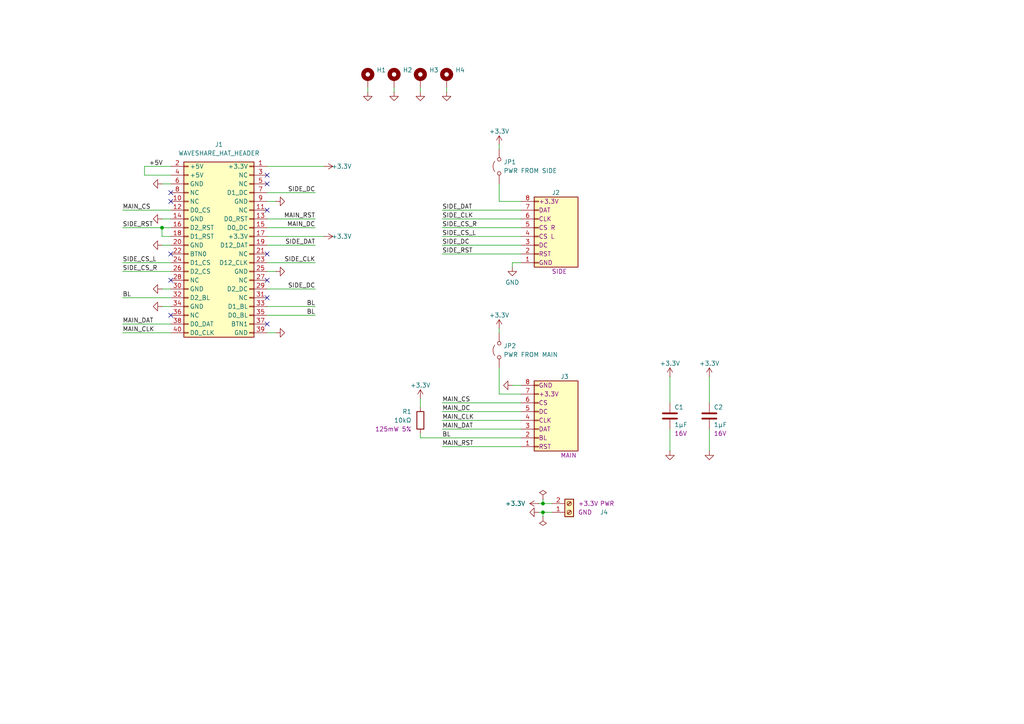
<source format=kicad_sch>
(kicad_sch (version 20231120) (generator "eeschema") (generator_version "8.0")
  (paper "A4")
  (lib_symbols
    (symbol "Device:C" (pin_numbers hide) (pin_names (offset 0.254))
      (property "Reference" "C" (at 0.635 2.54 0))
      (property "Value" "C" (at 0.635 -2.54 0))
      (symbol "C_0_1"
        (polyline (pts (xy -2.032 -0.762) (xy 2.032 -0.762)) (stroke (width 0.508)))
        (polyline (pts (xy -2.032 0.762) (xy 2.032 0.762)) (stroke (width 0.508)))
      )
      (symbol "C_1_1"
        (pin passive line (at 0 3.81 270) (length 2.794) (name "~") (number "1"))
        (pin passive line (at 0 -3.81 90) (length 2.794) (name "~") (number "2"))
      )
    )
    (symbol "Device:R" (pin_numbers hide) (pin_names (offset 0))
      (property "Reference" "R" (at 2.032 0 90))
      (property "Value" "R" (at 0 0 90))
      (symbol "R_0_1"
        (rectangle (start -1.016 -2.54) (end 1.016 2.54) (stroke (width 0.254)))
      )
      (symbol "R_1_1"
        (pin passive line (at 0 3.81 270) (length 1.27) (name "~") (number "1"))
        (pin passive line (at 0 -3.81 90) (length 1.27) (name "~") (number "2"))
      )
    )
    (symbol "Jumper:Jumper_2_Open" (pin_numbers hide) (pin_names (offset 0) hide) (exclude_from_sim yes)
      (property "Reference" "JP" (at 0 2.794 0))
      (property "Value" "Jumper_2_Open" (at 0 -2.286 0))
      (symbol "Jumper_2_Open_0_0"
        (circle (center -2.032 0) (radius 0.508))
        (circle (center 2.032 0) (radius 0.508))
      )
      (symbol "Jumper_2_Open_0_1"
        (arc (start 1.524 1.27) (mid 0 1.778) (end -1.524 1.27))
      )
      (symbol "Jumper_2_Open_1_1"
        (pin passive line (at -5.08 0 0) (length 2.54) (name "A") (number "1"))
        (pin passive line (at 5.08 0 180) (length 2.54) (name "B") (number "2"))
      )
    )
    (symbol "Mechanical:MountingHole_Pad" (pin_numbers hide) (pin_names (offset 1.016) hide) (exclude_from_sim yes) (in_bom no)
      (property "Reference" "H" (at 0 6.35 0))
      (property "Value" "MountingHole_Pad" (at 0 4.445 0))
      (symbol "MountingHole_Pad_0_1"
        (circle (center 0 1.27) (radius 1.27) (stroke (width 1.27)))
      )
      (symbol "MountingHole_Pad_1_1"
        (pin input line (at 0 -2.54 90) (length 2.54) (name "1") (number "1"))
      )
    )
    (symbol "conn:Conn_01x08" (pin_names (offset 1.016) hide)
      (property "Reference" "J" (at 0 5.08 0))
      (property "Purpose Pin1" "PIN 1" (at 0 2.54 0))
      (property "Purpose Pin2" "PIN 2" (at 0 0 0))
      (property "Purpose Pin3" "PIN 3" (at 0 -2.54 0))
      (property "Purpose Pin4" "PIN 4" (at 0 -5.08 0))
      (property "Purpose Pin5" "PIN 5" (at 0 -7.62 0))
      (property "Purpose Pin6" "PIN 6" (at 0 -10.16 0))
      (property "Purpose Pin7" "PIN 7" (at 0 -12.7 0))
      (property "Purpose Pin8" "PIN 8" (at 0 -15.24 0))
      (property "Purpose" "Header" (at 7.62 5.08 0))
      (symbol "Conn_01x08_1_1"
        (rectangle (start -1.27 -15.113) (end 0 -15.367) (stroke (width 0.1524)))
        (rectangle (start -1.27 -12.573) (end 0 -12.827) (stroke (width 0.1524)))
        (rectangle (start -1.27 -10.033) (end 0 -10.287) (stroke (width 0.1524)))
        (rectangle (start -1.27 -7.493) (end 0 -7.747) (stroke (width 0.1524)))
        (rectangle (start -1.27 -4.953) (end 0 -5.207) (stroke (width 0.1524)))
        (rectangle (start -1.27 -2.413) (end 0 -2.667) (stroke (width 0.1524)))
        (rectangle (start -1.27 0.127) (end 0 -0.127) (stroke (width 0.1524)))
        (rectangle (start -1.27 2.667) (end 0 2.413) (stroke (width 0.1524)))
        (rectangle (start -1.27 3.81) (end 11.43 -16.51) (stroke (width 0.254)) (fill (type background)))
        (pin passive line (at -5.08 2.54 0) (length 3.81) (name "Pin_1") (number "1"))
        (pin passive line (at -5.08 0 0) (length 3.81) (name "Pin_2") (number "2"))
        (pin passive line (at -5.08 -2.54 0) (length 3.81) (name "Pin_3") (number "3"))
        (pin passive line (at -5.08 -5.08 0) (length 3.81) (name "Pin_4") (number "4"))
        (pin passive line (at -5.08 -7.62 0) (length 3.81) (name "Pin_5") (number "5"))
        (pin passive line (at -5.08 -10.16 0) (length 3.81) (name "Pin_6") (number "6"))
        (pin passive line (at -5.08 -12.7 0) (length 3.81) (name "Pin_7") (number "7"))
        (pin passive line (at -5.08 -15.24 0) (length 3.81) (name "Pin_8") (number "8"))
      )
    )
    (symbol "conn:Screw_Terminal_01x02" (pin_names (offset 1.016) hide)
      (property "Reference" "J" (at 10.16 0 0))
      (property "Purpose Pin1" "T1" (at 2.54 0 0))
      (property "Purpose Pin2" "T2" (at 2.54 -2.54 0))
      (property "Purpose" "Terminal" (at 10.16 -2.54 0))
      (symbol "Screw_Terminal_01x02_1_1"
        (rectangle (start -1.27 1.27) (end 1.27 -3.81) (stroke (width 0.254)) (fill (type background)))
        (circle (center 0 -2.54) (radius 0.635) (stroke (width 0.1524)))
        (polyline (pts (xy -0.5334 -2.2098) (xy 0.3302 -3.048)) (stroke (width 0.1524)))
        (polyline (pts (xy -0.5334 0.3302) (xy 0.3302 -0.508)) (stroke (width 0.1524)))
        (polyline (pts (xy -0.3556 -2.032) (xy 0.508 -2.8702)) (stroke (width 0.1524)))
        (polyline (pts (xy -0.3556 0.508) (xy 0.508 -0.3302)) (stroke (width 0.1524)))
        (circle (center 0 0) (radius 0.635) (stroke (width 0.1524)))
        (pin passive line (at -5.08 0 0) (length 3.81) (name "Pin_1") (number "1"))
        (pin passive line (at -5.08 -2.54 0) (length 3.81) (name "Pin_2") (number "2"))
      )
    )
    (symbol "conn:waveshare_hat_header" (pin_names (offset 1.7))
      (property "Reference" "J" (at -1.27 25.4 0))
      (property "Value" "WAVESHARE_HAT_HEADER" (at -1.27 -27.94 0))
      (symbol "waveshare_hat_header_1_1"
        (rectangle (start -10.16 24.13) (end 10.16 -26.67) (stroke (width 0.254)) (fill (type background)))
        (rectangle (start -8.89 -25.527) (end -10.16 -25.273) (stroke (width 0.1524)))
        (rectangle (start -8.89 -22.987) (end -10.16 -22.733) (stroke (width 0.1524)))
        (rectangle (start -8.89 -20.447) (end -10.16 -20.193) (stroke (width 0.1524)))
        (rectangle (start -8.89 -17.907) (end -10.16 -17.653) (stroke (width 0.1524)))
        (rectangle (start -8.89 -15.367) (end -10.16 -15.113) (stroke (width 0.1524)))
        (rectangle (start -8.89 -12.827) (end -10.16 -12.573) (stroke (width 0.1524)))
        (rectangle (start -8.89 -10.287) (end -10.16 -10.033) (stroke (width 0.1524)))
        (rectangle (start -8.89 -7.747) (end -10.16 -7.493) (stroke (width 0.1524)))
        (rectangle (start -8.89 -5.207) (end -10.16 -4.953) (stroke (width 0.1524)))
        (rectangle (start -8.89 -2.667) (end -10.16 -2.413) (stroke (width 0.1524)))
        (rectangle (start -8.89 -0.127) (end -10.16 0.127) (stroke (width 0.1524)))
        (rectangle (start -8.89 2.413) (end -10.16 2.667) (stroke (width 0.1524)))
        (rectangle (start -8.89 4.953) (end -10.16 5.207) (stroke (width 0.1524)))
        (rectangle (start -8.89 7.493) (end -10.16 7.747) (stroke (width 0.1524)))
        (rectangle (start -8.89 10.033) (end -10.16 10.287) (stroke (width 0.1524)))
        (rectangle (start -8.89 12.573) (end -10.16 12.827) (stroke (width 0.1524)))
        (rectangle (start -8.89 15.113) (end -10.16 15.367) (stroke (width 0.1524)))
        (rectangle (start -8.89 17.653) (end -10.16 17.907) (stroke (width 0.1524)))
        (rectangle (start -8.89 20.193) (end -10.16 20.447) (stroke (width 0.1524)))
        (rectangle (start -8.89 22.733) (end -10.16 22.987) (stroke (width 0.1524)))
        (rectangle (start 8.89 -25.527) (end 10.16 -25.273) (stroke (width 0.1524)))
        (rectangle (start 8.89 -22.987) (end 10.16 -22.733) (stroke (width 0.1524)))
        (rectangle (start 8.89 -20.447) (end 10.16 -20.193) (stroke (width 0.1524)))
        (rectangle (start 8.89 -17.907) (end 10.16 -17.653) (stroke (width 0.1524)))
        (rectangle (start 8.89 -15.367) (end 10.16 -15.113) (stroke (width 0.1524)))
        (rectangle (start 8.89 -12.827) (end 10.16 -12.573) (stroke (width 0.1524)))
        (rectangle (start 8.89 -10.287) (end 10.16 -10.033) (stroke (width 0.1524)))
        (rectangle (start 8.89 -7.747) (end 10.16 -7.493) (stroke (width 0.1524)))
        (rectangle (start 8.89 -5.207) (end 10.16 -4.953) (stroke (width 0.1524)))
        (rectangle (start 8.89 -2.667) (end 10.16 -2.413) (stroke (width 0.1524)))
        (rectangle (start 8.89 -0.127) (end 10.16 0.127) (stroke (width 0.1524)))
        (rectangle (start 8.89 2.413) (end 10.16 2.667) (stroke (width 0.1524)))
        (rectangle (start 8.89 4.953) (end 10.16 5.207) (stroke (width 0.1524)))
        (rectangle (start 8.89 7.493) (end 10.16 7.747) (stroke (width 0.1524)))
        (rectangle (start 8.89 10.033) (end 10.16 10.287) (stroke (width 0.1524)))
        (rectangle (start 8.89 12.573) (end 10.16 12.827) (stroke (width 0.1524)))
        (rectangle (start 8.89 15.113) (end 10.16 15.367) (stroke (width 0.1524)))
        (rectangle (start 8.89 17.653) (end 10.16 17.907) (stroke (width 0.1524)))
        (rectangle (start 8.89 20.193) (end 10.16 20.447) (stroke (width 0.1524)))
        (rectangle (start 8.89 22.733) (end 10.16 22.987) (stroke (width 0.1524)))
        (pin passive line (at 13.97 22.86 180) (length 3.81) (name "+3.3V") (number "1"))
        (pin passive line (at -13.97 12.7 0) (length 3.81) (name "NC") (number "10"))
        (pin passive line (at 13.97 10.16 180) (length 3.81) (name "NC") (number "11"))
        (pin passive line (at -13.97 10.16 0) (length 3.81) (name "D0_CS") (number "12"))
        (pin passive line (at 13.97 7.62 180) (length 3.81) (name "D0_RST") (number "13"))
        (pin passive line (at -13.97 7.62 0) (length 3.81) (name "GND") (number "14"))
        (pin passive line (at 13.97 5.08 180) (length 3.81) (name "D0_DC") (number "15"))
        (pin passive line (at -13.97 5.08 0) (length 3.81) (name "D2_RST") (number "16"))
        (pin passive line (at 13.97 2.54 180) (length 3.81) (name "+3.3V") (number "17"))
        (pin passive line (at -13.97 2.54 0) (length 3.81) (name "D1_RST") (number "18"))
        (pin passive line (at 13.97 0 180) (length 3.81) (name "D12_DAT") (number "19"))
        (pin passive line (at -13.97 22.86 0) (length 3.81) (name "+5V") (number "2"))
        (pin passive line (at -13.97 0 0) (length 3.81) (name "GND") (number "20"))
        (pin passive line (at 13.97 -2.54 180) (length 3.81) (name "NC") (number "21"))
        (pin passive line (at -13.97 -2.54 0) (length 3.81) (name "BTN0") (number "22"))
        (pin passive line (at 13.97 -5.08 180) (length 3.81) (name "D12_CLK") (number "23"))
        (pin passive line (at -13.97 -5.08 0) (length 3.81) (name "D1_CS") (number "24"))
        (pin passive line (at 13.97 -7.62 180) (length 3.81) (name "GND") (number "25"))
        (pin passive line (at -13.97 -7.62 0) (length 3.81) (name "D2_CS") (number "26"))
        (pin passive line (at 13.97 -10.16 180) (length 3.81) (name "NC") (number "27"))
        (pin passive line (at -13.97 -10.16 0) (length 3.81) (name "NC") (number "28"))
        (pin passive line (at 13.97 -12.7 180) (length 3.81) (name "D2_DC") (number "29"))
        (pin passive line (at 13.97 20.32 180) (length 3.81) (name "NC") (number "3"))
        (pin passive line (at -13.97 -12.7 0) (length 3.81) (name "GND") (number "30"))
        (pin passive line (at 13.97 -15.24 180) (length 3.81) (name "NC") (number "31"))
        (pin passive line (at -13.97 -15.24 0) (length 3.81) (name "D2_BL") (number "32"))
        (pin passive line (at 13.97 -17.78 180) (length 3.81) (name "D1_BL") (number "33"))
        (pin passive line (at -13.97 -17.78 0) (length 3.81) (name "GND") (number "34"))
        (pin passive line (at 13.97 -20.32 180) (length 3.81) (name "D0_BL") (number "35"))
        (pin passive line (at -13.97 -20.32 0) (length 3.81) (name "NC") (number "36"))
        (pin passive line (at 13.97 -22.86 180) (length 3.81) (name "BTN1") (number "37"))
        (pin passive line (at -13.97 -22.86 0) (length 3.81) (name "D0_DAT") (number "38"))
        (pin passive line (at 13.97 -25.4 180) (length 3.81) (name "GND") (number "39"))
        (pin passive line (at -13.97 20.32 0) (length 3.81) (name "+5V") (number "4"))
        (pin passive line (at -13.97 -25.4 0) (length 3.81) (name "D0_CLK") (number "40"))
        (pin passive line (at 13.97 17.78 180) (length 3.81) (name "NC") (number "5"))
        (pin passive line (at -13.97 17.78 0) (length 3.81) (name "GND") (number "6"))
        (pin passive line (at 13.97 15.24 180) (length 3.81) (name "D1_DC") (number "7"))
        (pin passive line (at -13.97 15.24 0) (length 3.81) (name "NC") (number "8"))
        (pin passive line (at 13.97 12.7 180) (length 3.81) (name "GND") (number "9"))
      )
    )
    (symbol "power:+3.3V" (power) (pin_numbers hide) (pin_names (offset 0) hide)
      (property "Value" "+3.3V" (at 0 3.556 0))
      (symbol "+3.3V_0_1"
        (polyline (pts (xy -0.762 1.27) (xy 0 2.54)))
        (polyline (pts (xy 0 0) (xy 0 2.54)))
        (polyline (pts (xy 0 2.54) (xy 0.762 1.27)))
      )
      (symbol "+3.3V_1_1"
        (pin power_in line (at 0 0 90) (length 0) (name "~") (number "1"))
      )
    )
    (symbol "power:GND" (power) (pin_numbers hide) (pin_names (offset 0) hide)
      (property "Value" "GND" (at 0 -3.81 0))
      (symbol "GND_0_1"
        (polyline (pts (xy 0 0) (xy 0 -1.27) (xy 1.27 -1.27) (xy 0 -2.54) (xy -1.27 -1.27) (xy 0 -1.27)))
      )
      (symbol "GND_1_1"
        (pin power_in line (at 0 0 270) (length 0) (name "~") (number "1"))
      )
    )
    (symbol "power:PWR_FLAG" (power) (pin_numbers hide) (pin_names (offset 0) hide)
      (property "Value" "PWR_FLAG" (at 0 3.81 0))
      (symbol "PWR_FLAG_0_0"
        (pin power_out line (at 0 0 90) (length 0) (name "~") (number "1"))
      )
      (symbol "PWR_FLAG_0_1"
        (polyline (pts (xy 0 0) (xy 0 1.27) (xy -1.016 1.905) (xy 0 2.54) (xy 1.016 1.905) (xy 0 1.27)))
      )
    )
  )
  (junction (at 46.99 66.04))
  (junction (at 157.48 146.05))
  (junction (at 157.48 148.59))
  (no_connect (at 77.47 53.34))
  (no_connect (at 77.47 73.66))
  (no_connect (at 49.53 73.66))
  (no_connect (at 77.47 50.8))
  (no_connect (at 77.47 93.98))
  (no_connect (at 49.53 55.88))
  (no_connect (at 49.53 91.44))
  (no_connect (at 77.47 60.96))
  (no_connect (at 49.53 58.42))
  (no_connect (at 77.47 81.28))
  (no_connect (at 49.53 81.28))
  (no_connect (at 77.47 86.36))
  (wire (pts (xy 160.02 146.05) (xy 157.48 146.05)))
  (wire (pts (xy 144.78 53.34) (xy 144.78 58.42)))
  (wire (pts (xy 144.78 95.25) (xy 144.78 96.52)))
  (wire (pts (xy 148.59 76.2) (xy 151.13 76.2)))
  (wire (pts (xy 77.47 83.82) (xy 91.44 83.82)))
  (wire (pts (xy 128.27 63.5) (xy 151.13 63.5)))
  (wire (pts (xy 157.48 148.59) (xy 160.02 148.59)))
  (wire (pts (xy 205.74 124.46) (xy 205.74 130.81)))
  (wire (pts (xy 35.56 86.36) (xy 49.53 86.36)))
  (wire (pts (xy 77.47 68.58) (xy 93.98 68.58)))
  (wire (pts (xy 77.47 55.88) (xy 91.44 55.88)))
  (wire (pts (xy 35.56 93.98) (xy 49.53 93.98)))
  (wire (pts (xy 144.78 114.3) (xy 144.78 106.68)))
  (wire (pts (xy 77.47 63.5) (xy 91.44 63.5)))
  (wire (pts (xy 121.92 125.73) (xy 121.92 127)))
  (wire (pts (xy 194.31 124.46) (xy 194.31 130.81)))
  (wire (pts (xy 35.56 66.04) (xy 46.99 66.04)))
  (wire (pts (xy 46.99 66.04) (xy 46.99 68.58)))
  (wire (pts (xy 77.47 66.04) (xy 91.44 66.04)))
  (wire (pts (xy 35.56 60.96) (xy 49.53 60.96)))
  (wire (pts (xy 157.48 146.05) (xy 156.21 146.05)))
  (wire (pts (xy 49.53 66.04) (xy 46.99 66.04)))
  (wire (pts (xy 128.27 68.58) (xy 151.13 68.58)))
  (wire (pts (xy 46.99 63.5) (xy 49.53 63.5)))
  (wire (pts (xy 114.3 25.4) (xy 114.3 26.67)))
  (wire (pts (xy 121.92 115.57) (xy 121.92 118.11)))
  (wire (pts (xy 80.01 58.42) (xy 77.47 58.42)))
  (wire (pts (xy 128.27 129.54) (xy 151.13 129.54)))
  (wire (pts (xy 46.99 53.34) (xy 49.53 53.34)))
  (wire (pts (xy 128.27 119.38) (xy 151.13 119.38)))
  (wire (pts (xy 128.27 116.84) (xy 151.13 116.84)))
  (wire (pts (xy 77.47 88.9) (xy 91.44 88.9)))
  (wire (pts (xy 128.27 73.66) (xy 151.13 73.66)))
  (wire (pts (xy 46.99 83.82) (xy 49.53 83.82)))
  (wire (pts (xy 35.56 76.2) (xy 49.53 76.2)))
  (wire (pts (xy 80.01 78.74) (xy 77.47 78.74)))
  (wire (pts (xy 144.78 114.3) (xy 151.13 114.3)))
  (wire (pts (xy 148.59 111.76) (xy 151.13 111.76)))
  (wire (pts (xy 144.78 41.91) (xy 144.78 43.18)))
  (wire (pts (xy 128.27 124.46) (xy 151.13 124.46)))
  (wire (pts (xy 128.27 121.92) (xy 151.13 121.92)))
  (wire (pts (xy 41.91 50.8) (xy 41.91 48.26)))
  (wire (pts (xy 121.92 25.4) (xy 121.92 26.67)))
  (wire (pts (xy 157.48 144.78) (xy 157.48 146.05)))
  (wire (pts (xy 148.59 76.2) (xy 148.59 77.47)))
  (wire (pts (xy 41.91 48.26) (xy 49.53 48.26)))
  (wire (pts (xy 80.01 96.52) (xy 77.47 96.52)))
  (wire (pts (xy 77.47 91.44) (xy 91.44 91.44)))
  (wire (pts (xy 49.53 50.8) (xy 41.91 50.8)))
  (wire (pts (xy 128.27 60.96) (xy 151.13 60.96)))
  (wire (pts (xy 205.74 109.22) (xy 205.74 116.84)))
  (wire (pts (xy 46.99 88.9) (xy 49.53 88.9)))
  (wire (pts (xy 77.47 48.26) (xy 93.98 48.26)))
  (wire (pts (xy 77.47 71.12) (xy 91.44 71.12)))
  (wire (pts (xy 156.21 148.59) (xy 157.48 148.59)))
  (wire (pts (xy 194.31 109.22) (xy 194.31 116.84)))
  (wire (pts (xy 77.47 76.2) (xy 91.44 76.2)))
  (wire (pts (xy 35.56 78.74) (xy 49.53 78.74)))
  (wire (pts (xy 128.27 66.04) (xy 151.13 66.04)))
  (wire (pts (xy 128.27 71.12) (xy 151.13 71.12)))
  (wire (pts (xy 121.92 127) (xy 151.13 127)))
  (wire (pts (xy 144.78 58.42) (xy 151.13 58.42)))
  (wire (pts (xy 35.56 96.52) (xy 49.53 96.52)))
  (wire (pts (xy 46.99 68.58) (xy 49.53 68.58)))
  (wire (pts (xy 157.48 148.59) (xy 157.48 149.86)))
  (wire (pts (xy 46.99 71.12) (xy 49.53 71.12)))
  (wire (pts (xy 129.54 25.4) (xy 129.54 26.67)))
  (wire (pts (xy 106.68 25.4) (xy 106.68 26.67)))
  (label "SIDE_DC" (at 91.44 83.82 180))
  (label "MAIN_CS" (at 128.27 116.84 0))
  (label "SIDE_DC" (at 91.44 55.88 180))
  (label "SIDE_DAT" (at 91.44 71.12 180))
  (label "SIDE_CLK" (at 91.44 76.2 180))
  (label "MAIN_CLK" (at 35.56 96.52 0))
  (label "SIDE_RST" (at 35.56 66.04 0))
  (label "MAIN_CS" (at 35.56 60.96 0))
  (label "SIDE_CS_L" (at 128.27 68.58 0))
  (label "MAIN_DC" (at 128.27 119.38 0))
  (label "MAIN_RST" (at 91.44 63.5 180))
  (label "SIDE_CS_L" (at 35.56 76.2 0))
  (label "SIDE_CS_R" (at 128.27 66.04 0))
  (label "MAIN_DAT" (at 128.27 124.46 0))
  (label "+5V" (at 43.18 48.26 0))
  (label "SIDE_DAT" (at 128.27 60.96 0))
  (label "SIDE_CLK" (at 128.27 63.5 0))
  (label "BL" (at 35.56 86.36 0))
  (label "SIDE_CS_R" (at 35.56 78.74 0))
  (label "BL" (at 91.44 91.44 180))
  (label "MAIN_RST" (at 128.27 129.54 0))
  (label "SIDE_RST" (at 128.27 73.66 0))
  (label "SIDE_DC" (at 128.27 71.12 0))
  (label "MAIN_CLK" (at 128.27 121.92 0))
  (label "BL" (at 128.27 127 0))
  (label "BL" (at 91.44 88.9 180))
  (label "MAIN_DC" (at 91.44 66.04 180))
  (label "MAIN_DAT" (at 35.56 93.98 0))
  (symbol (lib_id "power:+3.3V") (at 144.78 41.91 0) (unit 1)
    (property "Reference" "#PWR016" (effects (hide yes)))
    (property "Value" "+3.3V" (at 144.78 38.1 0))
    (property "Description" "Power symbol creates a global label with name \"+3.3V\"" (effects (hide yes)))
  )
  (symbol (lib_id "power:+3.3V") (at 93.98 68.58 270) (unit 1)
    (property "Reference" "#PWR010" (effects (hide yes)))
    (property "Value" "+3.3V" (at 99.06 68.58 90))
    (property "Description" "Power symbol creates a global label with name \"+3.3V\"" (effects (hide yes)))
  )
  (symbol (lib_id "power:GND") (at 46.99 63.5 270) (unit 1)
    (property "Reference" "#PWR02" (effects (hide yes)))
    (property "Value" "GND" (effects (hide yes)))
    (property "Description" "Power symbol creates a global label with name \"GND\" , ground" (effects (hide yes)))
  )
  (symbol (lib_id "power:PWR_FLAG") (at 157.48 144.78 0) (unit 1)
    (property "Reference" "#FLG01" (effects (hide yes)))
    (property "Value" "PWR_FLAG" (effects (hide yes)))
    (property "Description" "Special symbol for telling ERC where power comes from" (effects (hide yes)))
  )
  (symbol (lib_id "power:GND") (at 46.99 83.82 270) (unit 1)
    (property "Reference" "#PWR04" (effects (hide yes)))
    (property "Value" "GND" (effects (hide yes)))
    (property "Description" "Power symbol creates a global label with name \"GND\" , ground" (effects (hide yes)))
  )
  (symbol (lib_id "power:+3.3V") (at 205.74 109.22 0) (unit 1)
    (property "Reference" "#PWR024" (effects (hide yes)))
    (property "Value" "+3.3V" (at 205.74 105.41 0))
    (property "Description" "Power symbol creates a global label with name \"+3.3V\"" (effects (hide yes)))
  )
  (symbol (lib_id "power:+3.3V") (at 156.21 146.05 90) (unit 1)
    (property "Reference" "#PWR020" (effects (hide yes)))
    (property "Value" "+3.3V" (at 152.4 146.0499 90) (effects (justify left)))
  )
  (symbol (lib_id "power:GND") (at 129.54 26.67 0) (unit 1)
    (property "Reference" "#PWR015" (effects (hide yes)))
    (property "Value" "GND" (effects (hide yes)))
    (property "Description" "Power symbol creates a global label with name \"GND\" , ground" (effects (hide yes)))
  )
  (symbol (lib_id "power:GND") (at 46.99 88.9 270) (unit 1)
    (property "Reference" "#PWR05" (effects (hide yes)))
    (property "Value" "GND" (effects (hide yes)))
    (property "Description" "Power symbol creates a global label with name \"GND\" , ground" (effects (hide yes)))
  )
  (symbol (lib_id "Mechanical:MountingHole_Pad") (at 114.3 22.86 0) (unit 1) (exclude_from_sim yes) (in_bom no)
    (property "Reference" "H2" (at 116.84 20.3199 0) (effects (justify left)))
    (property "Value" "MountingHole_Pad" (effects (hide yes)))
    (property "Footprint" "MountingHole:MountingHole_2.2mm_M2_ISO7380_Pad" (effects (hide yes)))
    (property "Description" "Mounting Hole with connection" (effects (hide yes)))
  )
  (symbol (lib_id "Mechanical:MountingHole_Pad") (at 106.68 22.86 0) (unit 1) (exclude_from_sim yes) (in_bom no)
    (property "Reference" "H1" (at 109.22 20.3199 0) (effects (justify left)))
    (property "Value" "MountingHole_Pad" (effects (hide yes)))
    (property "Footprint" "MountingHole:MountingHole_2.2mm_M2_ISO7380_Pad" (effects (hide yes)))
    (property "Description" "Mounting Hole with connection" (effects (hide yes)))
  )
  (symbol (lib_id "power:GND") (at 46.99 53.34 270) (unit 1)
    (property "Reference" "#PWR01" (effects (hide yes)))
    (property "Value" "GND" (effects (hide yes)))
    (property "Description" "Power symbol creates a global label with name \"GND\" , ground" (effects (hide yes)))
  )
  (symbol (lib_id "power:GND") (at 205.74 130.81 0) (unit 1)
    (property "Reference" "#PWR025" (effects (hide yes)))
    (property "Value" "GND" (effects (hide yes)))
  )
  (symbol (lib_id "Device:C") (at 205.74 120.65 0) (unit 1)
    (property "Reference" "C2" (at 207.01 118.11 0) (effects (justify left)))
    (property "Value" "1μF" (at 207.01 123.19 0) (effects (justify left)))
    (property "Footprint" "Capacitor_SMD:C_0805_2012Metric" (effects (hide yes)))
    (property "Info" "16V" (at 207.01 125.73 0) (effects (justify left)))
    (property "Shop" "https://store.comet.bg/Catalogue/Product/16789/" (effects (hide yes)))
    (property "LCSC" "C28323" (effects (hide yes)))
    (property "Part" "C 1μF 16V 0805" (effects (hide yes)))
  )
  (symbol (lib_id "power:GND") (at 194.31 130.81 0) (unit 1)
    (property "Reference" "#PWR023" (effects (hide yes)))
    (property "Value" "GND" (effects (hide yes)))
  )
  (symbol (lib_id "Jumper:Jumper_2_Open") (at 144.78 48.26 90) (unit 1) (exclude_from_sim yes)
    (property "Reference" "JP1" (at 146.05 46.99 90) (effects (justify right)))
    (property "Value" "PWR FROM SIDE" (at 146.05 49.5299 90) (effects (justify right)))
    (property "Footprint" "Connector_PinHeader_2.54mm:PinHeader_1x02_P2.54mm_Vertical" (effects (hide yes)))
    (property "Description" "Header_Angled_2" (effects (hide yes)))
    (property "Part" "Header_Angled_2" (effects (hide yes)))
  )
  (symbol (lib_id "power:+3.3V") (at 194.31 109.22 0) (unit 1)
    (property "Reference" "#PWR022" (effects (hide yes)))
    (property "Value" "+3.3V" (at 194.31 105.41 0))
    (property "Description" "Power symbol creates a global label with name \"+3.3V\"" (effects (hide yes)))
  )
  (symbol (lib_id "power:GND") (at 80.01 96.52 90) (unit 1)
    (property "Reference" "#PWR08" (effects (hide yes)))
    (property "Value" "GND" (effects (hide yes)))
    (property "Description" "Power symbol creates a global label with name \"GND\" , ground" (effects (hide yes)))
  )
  (symbol (lib_id "power:+3.3V") (at 93.98 48.26 270) (unit 1)
    (property "Reference" "#PWR09" (effects (hide yes)))
    (property "Value" "+3.3V" (at 99.06 48.26 90))
    (property "Description" "Power symbol creates a global label with name \"+3.3V\"" (effects (hide yes)))
  )
  (symbol (lib_id "power:GND") (at 156.21 148.59 270) (unit 1)
    (property "Reference" "#PWR021" (effects (hide yes)))
    (property "Value" "GND" (effects (hide yes)))
  )
  (symbol (lib_id "power:GND") (at 46.99 71.12 270) (unit 1)
    (property "Reference" "#PWR03" (effects (hide yes)))
    (property "Value" "GND" (effects (hide yes)))
    (property "Description" "Power symbol creates a global label with name \"GND\" , ground" (effects (hide yes)))
  )
  (symbol (lib_id "Device:R") (at 121.92 121.92 0) (mirror x) (unit 1)
    (property "Reference" "R1" (at 119.38 119.38 0) (effects (justify right)))
    (property "Value" "10kΩ" (at 119.38 121.92 0) (effects (justify right)))
    (property "Footprint" "Resistor_SMD:R_0805_2012Metric" (effects (hide yes)))
    (property "Info" "125mW 5%" (at 119.38 124.46 0) (effects (justify right)))
    (property "Shop" "https://store.comet.bg/Catalogue/Product/29102/" (effects (hide yes)))
    (property "LCSC" "C17414" (effects (hide yes)))
    (property "Part" "R 10kΩ 125mW 5% 0805" (effects (hide yes)))
  )
  (symbol (lib_id "power:GND") (at 80.01 78.74 90) (unit 1)
    (property "Reference" "#PWR07" (effects (hide yes)))
    (property "Value" "GND" (effects (hide yes)))
    (property "Description" "Power symbol creates a global label with name \"GND\" , ground" (effects (hide yes)))
  )
  (symbol (lib_id "power:GND") (at 121.92 26.67 0) (unit 1)
    (property "Reference" "#PWR013" (effects (hide yes)))
    (property "Value" "GND" (effects (hide yes)))
    (property "Description" "Power symbol creates a global label with name \"GND\" , ground" (effects (hide yes)))
  )
  (symbol (lib_id "conn:waveshare_hat_header") (at 63.5 71.12 0) (unit 1)
    (property "Reference" "J1" (at 63.5 41.91 0))
    (property "Value" "WAVESHARE_HAT_HEADER" (at 63.5 44.45 0))
    (property "Footprint" "Connector_PinHeader_2.54mm:PinHeader_2x20_P2.54mm_Vertical" (effects (hide yes)))
    (property "Description" "Generic connector, double row, 02x20, odd/even pin numbering scheme (row 1 odd numbers, row 2 even numbers), script generated (kicad-library-utils/schlib/autogen/connector/)" (effects (hide yes)))
    (property "Part" "Header_2x20" (effects (hide yes)))
  )
  (symbol (lib_id "power:+3.3V") (at 144.78 95.25 0) (unit 1)
    (property "Reference" "#PWR017" (effects (hide yes)))
    (property "Value" "+3.3V" (at 144.78 91.44 0))
    (property "Description" "Power symbol creates a global label with name \"+3.3V\"" (effects (hide yes)))
  )
  (symbol (lib_id "conn:Screw_Terminal_01x02") (at 165.1 148.59 0) (mirror x) (unit 1)
    (property "Reference" "J4" (at 173.99 148.59 0) (effects (justify left)))
    (property "Value" "MTA100_02" (effects (hide yes)))
    (property "Footprint" "Connector_MTA-100:mta100_01x2_P2.54_640455-2" (effects (hide yes)))
    (property "Purpose" "PWR" (at 173.99 146.05 0) (effects (justify left)))
    (property "Purpose Pin1" "GND" (at 167.64 148.59 0) (effects (justify left)))
    (property "Purpose Pin2" "+3.3V" (at 167.64 146.05 0) (effects (justify left)))
    (property "Shop" "https://eu.mouser.com/ProductDetail/TE-Connectivity-AMP/640456-2?qs=%2F35zJ5USjomRu3EJQJgZCQ%3D%3D" (effects (hide yes)))
    (property "Part" "640456-2" (effects (hide yes)))
  )
  (symbol (lib_id "Device:C") (at 194.31 120.65 0) (unit 1)
    (property "Reference" "C1" (at 195.58 118.11 0) (effects (justify left)))
    (property "Value" "1μF" (at 195.58 123.19 0) (effects (justify left)))
    (property "Footprint" "Capacitor_SMD:C_0805_2012Metric" (effects (hide yes)))
    (property "Info" "16V" (at 195.58 125.73 0) (effects (justify left)))
    (property "Shop" "https://store.comet.bg/Catalogue/Product/16789/" (effects (hide yes)))
    (property "LCSC" "C28323" (effects (hide yes)))
    (property "Part" "C 1μF 16V 0805" (effects (hide yes)))
  )
  (symbol (lib_id "conn:Conn_01x08") (at 156.21 127 0) (mirror x) (unit 1)
    (property "Reference" "J3" (at 162.56 109.22 0) (effects (justify left)))
    (property "Value" "MTA100_08" (effects (hide yes)))
    (property "Footprint" "Connector_MTA-100:mta100_01x8_P2.54_640455-8" (effects (hide yes)))
    (property "Description" "Generic connector, single row, 01x06, script generated (kicad-library-utils/schlib/autogen/connector/)" (effects (hide yes)))
    (property "Purpose Pin1" "RST" (at 156.21 129.54 0) (effects (justify left)))
    (property "Purpose Pin2" "BL" (at 156.21 127 0) (effects (justify left)))
    (property "Purpose Pin3" "DAT" (at 156.21 124.46 0) (effects (justify left)))
    (property "Purpose Pin4" "CLK" (at 156.21 121.92 0) (effects (justify left)))
    (property "Purpose Pin5" "DC" (at 156.21 119.38 0) (effects (justify left)))
    (property "Purpose Pin6" "CS" (at 156.21 116.84 0) (effects (justify left)))
    (property "Purpose Pin7" "+3.3V" (at 156.21 114.3 0) (effects (justify left)))
    (property "Purpose Pin8" "GND" (at 156.21 111.76 0) (effects (justify left)))
    (property "Purpose" "MAIN" (at 162.56 132.08 0) (effects (justify left)))
    (property "Part" "640456-8" (effects (hide yes)))
    (property "Shop" "https://eu.mouser.com/ProductDetail/TE-Connectivity-AMP/640456-8?qs=%2F35zJ5USjomho1287DA4QA%3D%3D" (effects (hide yes)))
  )
  (symbol (lib_id "power:GND") (at 80.01 58.42 90) (unit 1)
    (property "Reference" "#PWR06" (effects (hide yes)))
    (property "Value" "GND" (effects (hide yes)))
    (property "Description" "Power symbol creates a global label with name \"GND\" , ground" (effects (hide yes)))
  )
  (symbol (lib_id "power:GND") (at 148.59 77.47 0) (unit 1)
    (property "Reference" "#PWR018" (effects (hide yes)))
    (property "Value" "GND" (at 148.59 81.9134 0))
  )
  (symbol (lib_id "power:PWR_FLAG") (at 157.48 149.86 180) (unit 1)
    (property "Reference" "#FLG02" (effects (hide yes)))
    (property "Value" "PWR_FLAG" (effects (hide yes)))
    (property "Description" "Special symbol for telling ERC where power comes from" (effects (hide yes)))
  )
  (symbol (lib_id "power:+3.3V") (at 121.92 115.57 0) (unit 1)
    (property "Reference" "#PWR014" (effects (hide yes)))
    (property "Value" "+3.3V" (at 121.92 111.76 0))
    (property "Description" "Power symbol creates a global label with name \"+3.3V\"" (effects (hide yes)))
  )
  (symbol (lib_id "power:GND") (at 148.59 111.76 270) (unit 1)
    (property "Reference" "#PWR019" (effects (hide yes)))
    (property "Value" "GND" (effects (hide yes)))
    (property "Description" "Power symbol creates a global label with name \"GND\" , ground" (effects (hide yes)))
  )
  (symbol (lib_id "power:GND") (at 106.68 26.67 0) (unit 1)
    (property "Reference" "#PWR011" (effects (hide yes)))
    (property "Value" "GND" (effects (hide yes)))
    (property "Description" "Power symbol creates a global label with name \"GND\" , ground" (effects (hide yes)))
  )
  (symbol (lib_id "Mechanical:MountingHole_Pad") (at 129.54 22.86 0) (unit 1) (exclude_from_sim yes) (in_bom no)
    (property "Reference" "H4" (at 132.08 20.3199 0) (effects (justify left)))
    (property "Value" "MountingHole_Pad" (effects (hide yes)))
    (property "Footprint" "MountingHole:MountingHole_2.2mm_M2_ISO7380_Pad" (effects (hide yes)))
    (property "Description" "Mounting Hole with connection" (effects (hide yes)))
  )
  (symbol (lib_id "power:GND") (at 114.3 26.67 0) (unit 1)
    (property "Reference" "#PWR012" (effects (hide yes)))
    (property "Value" "GND" (effects (hide yes)))
    (property "Description" "Power symbol creates a global label with name \"GND\" , ground" (effects (hide yes)))
  )
  (symbol (lib_id "Mechanical:MountingHole_Pad") (at 121.92 22.86 0) (unit 1) (exclude_from_sim yes) (in_bom no)
    (property "Reference" "H3" (at 124.46 20.3199 0) (effects (justify left)))
    (property "Value" "MountingHole_Pad" (effects (hide yes)))
    (property "Footprint" "MountingHole:MountingHole_2.2mm_M2_ISO7380_Pad" (effects (hide yes)))
    (property "Description" "Mounting Hole with connection" (effects (hide yes)))
  )
  (symbol (lib_id "Jumper:Jumper_2_Open") (at 144.78 101.6 90) (unit 1) (exclude_from_sim yes)
    (property "Reference" "JP2" (at 146.05 100.33 90) (effects (justify right)))
    (property "Value" "PWR FROM MAIN" (at 146.05 102.8699 90) (effects (justify right)))
    (property "Footprint" "Connector_PinHeader_2.54mm:PinHeader_1x02_P2.54mm_Vertical" (effects (hide yes)))
    (property "Description" "Header_Angled_2" (effects (hide yes)))
    (property "Part" "Header_Angled_2" (effects (hide yes)))
  )
  (symbol (lib_id "conn:Conn_01x08") (at 156.21 73.66 0) (mirror x) (unit 1)
    (property "Reference" "J2" (at 160.02 55.88 0) (effects (justify left)))
    (property "Value" "MTA100_08" (effects (hide yes)))
    (property "Footprint" "Connector_MTA-100:mta100_01x8_P2.54_640455-8" (effects (hide yes)))
    (property "Description" "Generic connector, single row, 01x06, script generated (kicad-library-utils/schlib/autogen/connector/)" (effects (hide yes)))
    (property "Purpose Pin1" "GND" (at 156.21 76.2 0) (effects (justify left)))
    (property "Purpose Pin2" "RST" (at 156.21 73.66 0) (effects (justify left)))
    (property "Purpose Pin3" "DC" (at 156.21 71.12 0) (effects (justify left)))
    (property "Purpose Pin4" "CS L" (at 156.21 68.58 0) (effects (justify left)))
    (property "Purpose Pin5" "CS R" (at 156.21 66.04 0) (effects (justify left)))
    (property "Purpose Pin6" "CLK" (at 156.21 63.5 0) (effects (justify left)))
    (property "Purpose Pin7" "DAT" (at 156.21 60.96 0) (effects (justify left)))
    (property "Purpose Pin8" "+3.3V" (at 156.21 58.42 0) (effects (justify left)))
    (property "Purpose" "SIDE" (at 160.02 78.74 0) (effects (justify left)))
    (property "Part" "640456-8" (effects (hide yes)))
    (property "Shop" "https://eu.mouser.com/ProductDetail/TE-Connectivity-AMP/640456-8?qs=%2F35zJ5USjomho1287DA4QA%3D%3D" (effects (hide yes)))
  )
)
</source>
